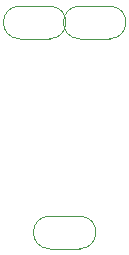
<source format=gbr>
%TF.FileFunction,*%
%FSLAX46Y46*%
G04 Gerber Fmt 4.6, Leading zero omitted, Abs format (unit mm)*
G04 Created by KiCad (PCBNEW (2014-12-19 BZR 5328)-product) date 23/12/2014 01:10:06*
%MOMM*%
G01*
G04 APERTURE LIST*
%ADD10C,0.127000*%
%ADD11C,0.050000*%
G04 APERTURE END LIST*
D10*
D11*
X129540000Y-99165000D02*
X132080000Y-99165000D01*
X129540000Y-96415000D02*
X132080000Y-96415000D01*
X132080000Y-99165000D02*
G75*
G03X132080000Y-96415000I0J1375000D01*
G01*
X129540000Y-96415000D02*
G75*
G03X129540000Y-99165000I0J-1375000D01*
G01*
X127000000Y-81385000D02*
X129540000Y-81385000D01*
X127000000Y-78635000D02*
X129540000Y-78635000D01*
X129540000Y-81385000D02*
G75*
G03X129540000Y-78635000I0J1375000D01*
G01*
X127000000Y-78635000D02*
G75*
G03X127000000Y-81385000I0J-1375000D01*
G01*
X132080000Y-81385000D02*
X134620000Y-81385000D01*
X132080000Y-78635000D02*
X134620000Y-78635000D01*
X134620000Y-81385000D02*
G75*
G03X134620000Y-78635000I0J1375000D01*
G01*
X132080000Y-78635000D02*
G75*
G03X132080000Y-81385000I0J-1375000D01*
G01*
M02*

</source>
